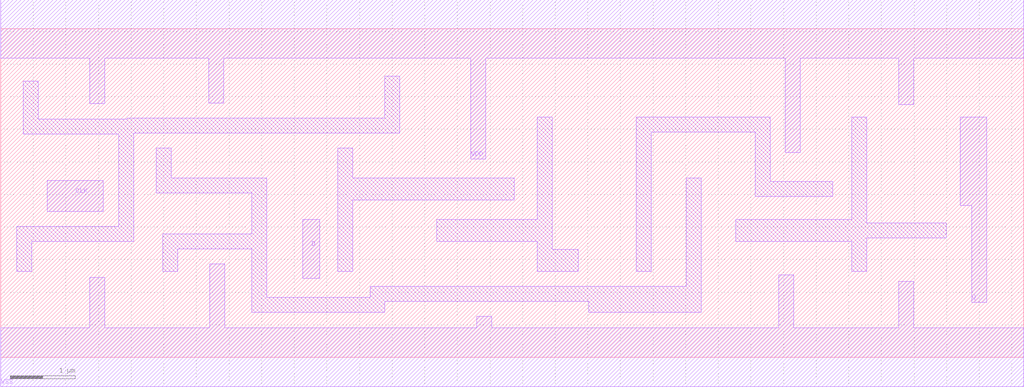
<source format=lef>
# Copyright 2022 GlobalFoundries PDK Authors
#
# Licensed under the Apache License, Version 2.0 (the "License");
# you may not use this file except in compliance with the License.
# You may obtain a copy of the License at
#
#      http://www.apache.org/licenses/LICENSE-2.0
#
# Unless required by applicable law or agreed to in writing, software
# distributed under the License is distributed on an "AS IS" BASIS,
# WITHOUT WARRANTIES OR CONDITIONS OF ANY KIND, either express or implied.
# See the License for the specific language governing permissions and
# limitations under the License.

MACRO gf180mcu_fd_sc_mcu9t5v0__dffq_1
  CLASS core ;
  FOREIGN gf180mcu_fd_sc_mcu9t5v0__dffq_1 0.0 0.0 ;
  ORIGIN 0 0 ;
  SYMMETRY X Y ;
  SITE GF018hv5v_green_sc9 ;
  SIZE 15.68 BY 5.04 ;
  PIN D
    DIRECTION INPUT ;
    ANTENNAGATEAREA 0.848 ;
    PORT
      LAYER METAL1 ;
        POLYGON 4.63 1.21 4.89 1.21 4.89 2.115 4.63 2.115  ;
    END
  END D
  PIN CLK
    DIRECTION INPUT ;
    USE clock ;
    ANTENNAGATEAREA 1.164 ;
    PORT
      LAYER METAL1 ;
        POLYGON 0.71 2.235 1.575 2.235 1.575 2.71 0.71 2.71  ;
    END
  END CLK
  PIN Q
    DIRECTION OUTPUT ;
    ANTENNADIFFAREA 1.386 ;
    PORT
      LAYER METAL1 ;
        POLYGON 14.71 2.33 14.885 2.33 14.885 0.845 15.115 0.845 15.115 3.685 14.71 3.685  ;
    END
  END Q
  PIN VDD
    DIRECTION INOUT ;
    USE power ;
    SHAPE ABUTMENT ;
    PORT
      LAYER METAL1 ;
        POLYGON 0 4.59 1.365 4.59 1.365 3.895 1.595 3.895 1.595 4.59 3.185 4.59 3.185 3.905 3.415 3.905 3.415 4.59 6.115 4.59 7.205 4.59 7.205 3.045 7.435 3.045 7.435 4.59 7.875 4.59 8.855 4.59 12.025 4.59 12.025 3.145 12.255 3.145 12.255 4.59 12.75 4.59 13.765 4.59 13.765 3.875 13.995 3.875 13.995 4.59 14.49 4.59 15.68 4.59 15.68 5.49 14.49 5.49 12.75 5.49 8.855 5.49 7.875 5.49 6.115 5.49 0 5.49  ;
    END
  END VDD
  PIN VSS
    DIRECTION INOUT ;
    USE ground ;
    SHAPE ABUTMENT ;
    PORT
      LAYER METAL1 ;
        POLYGON 0 -0.45 15.68 -0.45 15.68 0.45 13.995 0.45 13.995 1.165 13.765 1.165 13.765 0.45 12.155 0.45 12.155 1.265 11.925 1.265 11.925 0.45 7.525 0.45 7.525 0.625 7.295 0.625 7.295 0.45 3.435 0.45 3.435 1.435 3.205 1.435 3.205 0.45 1.595 0.45 1.595 1.225 1.365 1.225 1.365 0.45 0 0.45  ;
    END
  END VSS
  OBS
      LAYER METAL1 ;
        POLYGON 0.345 3.425 1.805 3.425 1.805 2.005 0.245 2.005 0.245 1.315 0.475 1.315 0.475 1.775 2.035 1.775 2.035 3.445 6.115 3.445 6.115 4.315 5.885 4.315 5.885 3.675 1.94 3.675 1.94 3.655 0.575 3.655 0.575 4.235 0.345 4.235  ;
        POLYGON 5.165 1.315 5.395 1.315 5.395 2.415 7.875 2.415 7.875 2.755 5.395 2.755 5.395 3.215 5.165 3.215  ;
        POLYGON 6.685 1.775 8.225 1.775 8.225 1.315 8.855 1.315 8.855 1.655 8.455 1.655 8.455 3.685 8.225 3.685 8.225 2.115 6.685 2.115  ;
        POLYGON 2.385 2.525 3.845 2.525 3.845 1.895 2.485 1.895 2.485 1.315 2.715 1.315 2.715 1.665 3.845 1.665 3.845 0.69 5.89 0.69 5.89 0.855 9.01 0.855 9.01 0.69 10.735 0.69 10.735 2.755 10.505 2.755 10.505 1.085 5.665 1.085 5.665 0.92 4.075 0.92 4.075 2.755 2.615 2.755 2.615 3.215 2.385 3.215  ;
        POLYGON 9.745 1.315 9.975 1.315 9.975 3.455 11.565 3.455 11.565 2.47 12.75 2.47 12.75 2.7 11.795 2.7 11.795 3.685 9.745 3.685  ;
        POLYGON 11.265 1.775 13.045 1.775 13.045 1.315 13.275 1.315 13.275 1.83 14.49 1.83 14.49 2.06 13.275 2.06 13.275 3.685 13.045 3.685 13.045 2.115 11.265 2.115  ;
  END
END gf180mcu_fd_sc_mcu9t5v0__dffq_1

</source>
